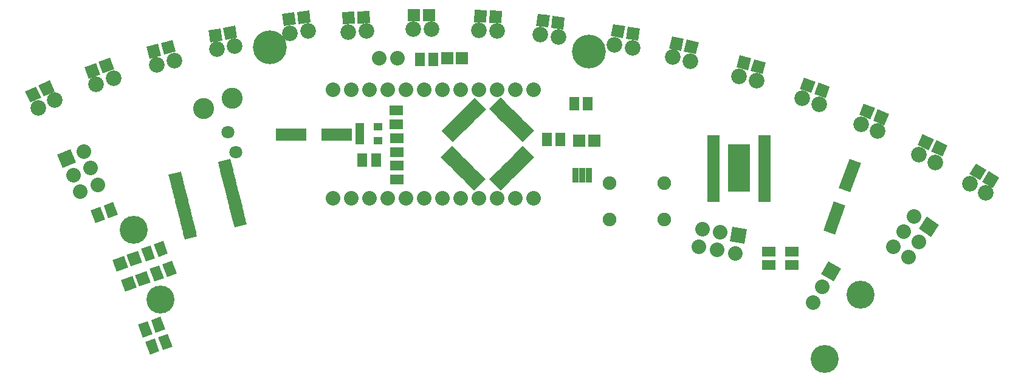
<source format=gts>
G04 (created by PCBNEW-RS274X (2011-nov-30)-testing) date Mon 30 Apr 2012 11:55:02 PM EDT*
G01*
G70*
G90*
%MOIN*%
G04 Gerber Fmt 3.4, Leading zero omitted, Abs format*
%FSLAX34Y34*%
G04 APERTURE LIST*
%ADD10C,0.006000*%
%ADD11R,0.067200X0.067200*%
%ADD12C,0.080000*%
%ADD13C,0.071200*%
%ADD14C,0.115300*%
%ADD15C,0.185400*%
%ADD16C,0.153900*%
%ADD17R,0.070000X0.036000*%
%ADD18R,0.118400X0.264100*%
%ADD19C,0.075000*%
%ADD20R,0.050000X0.040000*%
%ADD21R,0.169600X0.067200*%
%ADD22R,0.075000X0.055000*%
%ADD23R,0.055000X0.075000*%
%ADD24R,0.031800X0.083000*%
%ADD25C,0.086000*%
G04 APERTURE END LIST*
G54D10*
G54D11*
X00945Y53917D03*
X01771Y53917D03*
G54D10*
G36*
X-17184Y42203D02*
X-17414Y42835D01*
X-16782Y43065D01*
X-16552Y42433D01*
X-17184Y42203D01*
X-17184Y42203D01*
G37*
G36*
X-16408Y42485D02*
X-16638Y43117D01*
X-16006Y43347D01*
X-15776Y42715D01*
X-16408Y42485D01*
X-16408Y42485D01*
G37*
G36*
X-16711Y41101D02*
X-16941Y41733D01*
X-16309Y41963D01*
X-16079Y41331D01*
X-16711Y41101D01*
X-16711Y41101D01*
G37*
G36*
X-15935Y41383D02*
X-16165Y42015D01*
X-15533Y42245D01*
X-15303Y41613D01*
X-15935Y41383D01*
X-15935Y41383D01*
G37*
G54D11*
X08189Y49389D03*
X09015Y49389D03*
G54D12*
X-18224Y46972D03*
X-18988Y48803D03*
X-18615Y47892D03*
X-19535Y47502D03*
X-19162Y46591D03*
G54D10*
G36*
X-19402Y48210D02*
X-20138Y47898D01*
X-20450Y48634D01*
X-19714Y48946D01*
X-19402Y48210D01*
X-19402Y48210D01*
G37*
G54D12*
X-02764Y53917D03*
X-01764Y53917D03*
G54D13*
X-11067Y49872D03*
X-10652Y48766D03*
G54D14*
X-10832Y51747D03*
X-12422Y51168D03*
G54D15*
X-08760Y54547D03*
X08720Y54311D03*
G54D16*
X-16241Y44488D03*
X23621Y40945D03*
X21653Y37402D03*
X-14765Y40650D03*
G54D10*
G36*
X02421Y46672D02*
X02155Y46938D01*
X02781Y47564D01*
X03047Y47298D01*
X02421Y46672D01*
X02421Y46672D01*
G37*
G36*
X02198Y46895D02*
X01932Y47161D01*
X02558Y47787D01*
X02824Y47521D01*
X02198Y46895D01*
X02198Y46895D01*
G37*
G36*
X01976Y47118D02*
X01710Y47384D01*
X02336Y48010D01*
X02602Y47744D01*
X01976Y47118D01*
X01976Y47118D01*
G37*
G36*
X01753Y47341D02*
X01487Y47607D01*
X02113Y48233D01*
X02379Y47967D01*
X01753Y47341D01*
X01753Y47341D01*
G37*
G36*
X01530Y47563D02*
X01264Y47829D01*
X01890Y48455D01*
X02156Y48189D01*
X01530Y47563D01*
X01530Y47563D01*
G37*
G36*
X01308Y47786D02*
X01042Y48052D01*
X01668Y48678D01*
X01934Y48412D01*
X01308Y47786D01*
X01308Y47786D01*
G37*
G36*
X01085Y48009D02*
X00819Y48275D01*
X01445Y48901D01*
X01711Y48635D01*
X01085Y48009D01*
X01085Y48009D01*
G37*
G36*
X00862Y48232D02*
X00596Y48498D01*
X01222Y49124D01*
X01488Y48858D01*
X00862Y48232D01*
X00862Y48232D01*
G37*
G36*
X03526Y50893D02*
X03260Y51159D01*
X03886Y51785D01*
X04152Y51519D01*
X03526Y50893D01*
X03526Y50893D01*
G37*
G36*
X05089Y49330D02*
X04823Y49596D01*
X05449Y50222D01*
X05715Y49956D01*
X05089Y49330D01*
X05089Y49330D01*
G37*
G36*
X04863Y49557D02*
X04597Y49823D01*
X05223Y50449D01*
X05489Y50183D01*
X04863Y49557D01*
X04863Y49557D01*
G37*
G36*
X04637Y49783D02*
X04371Y50049D01*
X04997Y50675D01*
X05263Y50409D01*
X04637Y49783D01*
X04637Y49783D01*
G37*
G36*
X04417Y50002D02*
X04151Y50268D01*
X04777Y50894D01*
X05043Y50628D01*
X04417Y50002D01*
X04417Y50002D01*
G37*
G36*
X04191Y50228D02*
X03925Y50494D01*
X04551Y51120D01*
X04817Y50854D01*
X04191Y50228D01*
X04191Y50228D01*
G37*
G36*
X03972Y50448D02*
X03706Y50714D01*
X04332Y51340D01*
X04598Y51074D01*
X03972Y50448D01*
X03972Y50448D01*
G37*
G36*
X03746Y50674D02*
X03480Y50940D01*
X04106Y51566D01*
X04372Y51300D01*
X03746Y50674D01*
X03746Y50674D01*
G37*
G36*
X01263Y49316D02*
X00637Y49942D01*
X00903Y50208D01*
X01529Y49582D01*
X01263Y49316D01*
X01263Y49316D01*
G37*
G36*
X01475Y49528D02*
X00849Y50154D01*
X01115Y50420D01*
X01741Y49794D01*
X01475Y49528D01*
X01475Y49528D01*
G37*
G36*
X01705Y49758D02*
X01079Y50384D01*
X01345Y50650D01*
X01971Y50024D01*
X01705Y49758D01*
X01705Y49758D01*
G37*
G36*
X01917Y49970D02*
X01291Y50596D01*
X01557Y50862D01*
X02183Y50236D01*
X01917Y49970D01*
X01917Y49970D01*
G37*
G36*
X02146Y50199D02*
X01520Y50825D01*
X01786Y51091D01*
X02412Y50465D01*
X02146Y50199D01*
X02146Y50199D01*
G37*
G36*
X02368Y50421D02*
X01742Y51047D01*
X02008Y51313D01*
X02634Y50687D01*
X02368Y50421D01*
X02368Y50421D01*
G37*
G36*
X02591Y50644D02*
X01965Y51270D01*
X02231Y51536D01*
X02857Y50910D01*
X02591Y50644D01*
X02591Y50644D01*
G37*
G36*
X02813Y50866D02*
X02187Y51492D01*
X02453Y51758D01*
X03079Y51132D01*
X02813Y50866D01*
X02813Y50866D01*
G37*
G36*
X03893Y46672D02*
X03267Y47298D01*
X03533Y47564D01*
X04159Y46938D01*
X03893Y46672D01*
X03893Y46672D01*
G37*
G36*
X04113Y46891D02*
X03487Y47517D01*
X03753Y47783D01*
X04379Y47157D01*
X04113Y46891D01*
X04113Y46891D01*
G37*
G36*
X04339Y47117D02*
X03713Y47743D01*
X03979Y48009D01*
X04605Y47383D01*
X04339Y47117D01*
X04339Y47117D01*
G37*
G36*
X04558Y47336D02*
X03932Y47962D01*
X04198Y48228D01*
X04824Y47602D01*
X04558Y47336D01*
X04558Y47336D01*
G37*
G36*
X04777Y47556D02*
X04151Y48182D01*
X04417Y48448D01*
X05043Y47822D01*
X04777Y47556D01*
X04777Y47556D01*
G37*
G36*
X05004Y47782D02*
X04378Y48408D01*
X04644Y48674D01*
X05270Y48048D01*
X05004Y47782D01*
X05004Y47782D01*
G37*
G36*
X05230Y48008D02*
X04604Y48634D01*
X04870Y48900D01*
X05496Y48274D01*
X05230Y48008D01*
X05230Y48008D01*
G37*
G36*
X05456Y48234D02*
X04830Y48860D01*
X05096Y49126D01*
X05722Y48500D01*
X05456Y48234D01*
X05456Y48234D01*
G37*
G54D12*
X05690Y46240D03*
X04690Y46240D03*
X03690Y46240D03*
X02690Y46240D03*
X01690Y46240D03*
X00690Y46240D03*
X-00310Y46240D03*
X-01310Y46240D03*
X-02310Y46240D03*
X-03310Y46240D03*
X-04310Y46240D03*
X-05310Y46240D03*
X05690Y52190D03*
X04690Y52190D03*
X03690Y52190D03*
X02690Y52190D03*
X01690Y52190D03*
X00690Y52190D03*
X-00310Y52190D03*
X-01300Y52185D03*
X-02310Y52190D03*
X-03310Y52190D03*
X-04310Y52190D03*
X-05310Y52190D03*
G54D17*
X15548Y49543D03*
X15548Y49293D03*
X15548Y49033D03*
X15548Y48773D03*
X15548Y48523D03*
X15548Y48263D03*
X15548Y48003D03*
X15548Y47753D03*
X15548Y47493D03*
X15548Y47243D03*
X15548Y46983D03*
X15548Y46723D03*
X15548Y46473D03*
X15548Y46213D03*
X18348Y46213D03*
X18348Y46473D03*
X18348Y46713D03*
X18348Y46983D03*
X18348Y47243D03*
X18348Y47493D03*
X18348Y47753D03*
X18348Y48003D03*
X18348Y48263D03*
X18348Y48523D03*
X18348Y48773D03*
X18348Y49033D03*
X18348Y49293D03*
X18348Y49543D03*
G54D18*
X16973Y47893D03*
G54D12*
X14774Y43559D03*
X14948Y44544D03*
X15759Y43386D03*
X15933Y44370D03*
X16744Y43212D03*
G54D10*
G36*
X16455Y43873D02*
X16594Y44660D01*
X17381Y44521D01*
X17242Y43734D01*
X16455Y43873D01*
X16455Y43873D01*
G37*
G54D19*
X09858Y45082D03*
X09858Y47082D03*
X12858Y45082D03*
X12858Y47082D03*
G54D20*
X-03827Y50158D03*
X-03827Y49408D03*
X-02827Y50158D03*
X-03827Y49783D03*
X-02827Y49408D03*
G54D10*
G36*
X22216Y44232D02*
X21584Y44462D01*
X22164Y46056D01*
X22796Y45826D01*
X22216Y44232D01*
X22216Y44232D01*
G37*
G36*
X23072Y46582D02*
X22440Y46812D01*
X23020Y48406D01*
X23652Y48176D01*
X23072Y46582D01*
X23072Y46582D01*
G37*
G54D21*
X-05109Y49744D03*
X-07609Y49744D03*
G54D22*
X19862Y43308D03*
X19862Y42558D03*
X18602Y43308D03*
X18602Y42558D03*
G54D23*
X-00553Y53878D03*
X00197Y53878D03*
G54D22*
X-01792Y49528D03*
X-01792Y48778D03*
G54D23*
X07166Y49468D03*
X06416Y49468D03*
G54D24*
X08366Y47500D03*
X07992Y47500D03*
X08740Y47500D03*
G54D22*
X-01792Y48032D03*
X-01792Y47282D03*
G54D25*
X03693Y55420D03*
X02694Y55464D03*
G54D10*
G36*
X03952Y56521D02*
X03923Y55850D01*
X03252Y55879D01*
X03281Y56550D01*
X03952Y56521D01*
X03952Y56521D01*
G37*
G36*
X03128Y56557D02*
X03099Y55886D01*
X02428Y55915D01*
X02457Y56586D01*
X03128Y56557D01*
X03128Y56557D01*
G37*
G54D25*
X14296Y53767D03*
X13320Y53984D03*
G54D10*
G36*
X14743Y54806D02*
X14597Y54150D01*
X13941Y54296D01*
X14087Y54952D01*
X14743Y54806D01*
X14743Y54806D01*
G37*
G36*
X13937Y54985D02*
X13791Y54329D01*
X13135Y54475D01*
X13281Y55131D01*
X13937Y54985D01*
X13937Y54985D01*
G37*
G54D25*
X17938Y52687D03*
X16972Y52945D03*
G54D10*
G36*
X18430Y53706D02*
X18256Y53056D01*
X17606Y53230D01*
X17780Y53880D01*
X18430Y53706D01*
X18430Y53706D01*
G37*
G36*
X17633Y53919D02*
X17459Y53269D01*
X16809Y53443D01*
X16983Y54093D01*
X17633Y53919D01*
X17633Y53919D01*
G37*
G54D25*
X21363Y51394D03*
X20423Y51736D03*
G54D10*
G36*
X21941Y52366D02*
X21711Y51734D01*
X21079Y51964D01*
X21309Y52596D01*
X21941Y52366D01*
X21941Y52366D01*
G37*
G36*
X21166Y52648D02*
X20936Y52016D01*
X20304Y52246D01*
X20534Y52878D01*
X21166Y52648D01*
X21166Y52648D01*
G37*
G54D25*
X24570Y49921D03*
X23646Y50304D03*
G54D10*
G36*
X25190Y50867D02*
X24933Y50246D01*
X24312Y50503D01*
X24569Y51124D01*
X25190Y50867D01*
X25190Y50867D01*
G37*
G36*
X24427Y51183D02*
X24170Y50562D01*
X23549Y50819D01*
X23806Y51440D01*
X24427Y51183D01*
X24427Y51183D01*
G37*
G54D25*
X27737Y48214D03*
X26830Y48637D03*
G54D10*
G36*
X28398Y49132D02*
X28114Y48522D01*
X27504Y48806D01*
X27788Y49416D01*
X28398Y49132D01*
X28398Y49132D01*
G37*
G36*
X27650Y49481D02*
X27366Y48871D01*
X26756Y49155D01*
X27040Y49765D01*
X27650Y49481D01*
X27650Y49481D01*
G37*
G54D25*
X-20571Y51629D03*
X-21478Y51206D03*
G54D10*
G36*
X-20849Y52725D02*
X-20565Y52115D01*
X-21175Y51831D01*
X-21459Y52441D01*
X-20849Y52725D01*
X-20849Y52725D01*
G37*
G36*
X-21597Y52377D02*
X-21313Y51767D01*
X-21923Y51483D01*
X-22207Y52093D01*
X-21597Y52377D01*
X-21597Y52377D01*
G37*
G54D25*
X-17352Y52838D03*
X-18292Y52496D03*
G54D10*
G36*
X-17534Y53954D02*
X-17304Y53322D01*
X-17936Y53092D01*
X-18166Y53724D01*
X-17534Y53954D01*
X-17534Y53954D01*
G37*
G36*
X-18309Y53672D02*
X-18079Y53040D01*
X-18711Y52810D01*
X-18941Y53442D01*
X-18309Y53672D01*
X-18309Y53672D01*
G37*
G54D25*
X-14020Y53811D03*
X-14986Y53553D03*
G54D10*
G36*
X-14103Y54940D02*
X-13929Y54290D01*
X-14579Y54116D01*
X-14753Y54766D01*
X-14103Y54940D01*
X-14103Y54940D01*
G37*
G36*
X-14900Y54726D02*
X-14726Y54076D01*
X-15376Y53902D01*
X-15550Y54552D01*
X-14900Y54726D01*
X-14900Y54726D01*
G37*
G54D25*
X-10692Y54590D03*
X-11677Y54416D03*
G54D10*
G36*
X-10677Y55720D02*
X-10561Y55058D01*
X-11223Y54942D01*
X-11339Y55604D01*
X-10677Y55720D01*
X-10677Y55720D01*
G37*
G36*
X-11489Y55577D02*
X-11373Y54915D01*
X-12035Y54799D01*
X-12151Y55461D01*
X-11489Y55577D01*
X-11489Y55577D01*
G37*
G54D25*
X-06689Y55427D03*
X-07682Y55305D03*
G54D10*
G36*
X-06615Y56555D02*
X-06534Y55888D01*
X-07201Y55807D01*
X-07282Y56474D01*
X-06615Y56555D01*
X-06615Y56555D01*
G37*
G36*
X-07433Y56455D02*
X-07352Y55788D01*
X-08019Y55707D01*
X-08100Y56374D01*
X-07433Y56455D01*
X-07433Y56455D01*
G37*
G54D25*
X-03482Y55425D03*
X-04481Y55381D03*
G54D10*
G36*
X-03320Y56544D02*
X-03291Y55873D01*
X-03962Y55844D01*
X-03991Y56515D01*
X-03320Y56544D01*
X-03320Y56544D01*
G37*
G36*
X-04144Y56508D02*
X-04115Y55837D01*
X-04786Y55808D01*
X-04815Y56479D01*
X-04144Y56508D01*
X-04144Y56508D01*
G37*
G54D25*
X11125Y54494D03*
X10140Y54668D03*
G54D10*
G36*
X11525Y55552D02*
X11409Y54890D01*
X10747Y55006D01*
X10863Y55668D01*
X11525Y55552D01*
X11525Y55552D01*
G37*
G36*
X10713Y55695D02*
X10597Y55033D01*
X09935Y55149D01*
X10051Y55811D01*
X10713Y55695D01*
X10713Y55695D01*
G37*
G54D25*
X07047Y55105D03*
X06056Y55235D03*
G54D10*
G36*
X07402Y56178D02*
X07314Y55512D01*
X06648Y55600D01*
X06736Y56266D01*
X07402Y56178D01*
X07402Y56178D01*
G37*
G36*
X06584Y56286D02*
X06496Y55620D01*
X05830Y55708D01*
X05918Y56374D01*
X06584Y56286D01*
X06584Y56286D01*
G37*
G54D25*
X00086Y55521D03*
X-00914Y55521D03*
G54D11*
X-00039Y56296D03*
X-00864Y56296D03*
G54D25*
X30477Y46531D03*
X29620Y47046D03*
G54D10*
G36*
X31230Y47375D02*
X30884Y46799D01*
X30308Y47145D01*
X30654Y47721D01*
X31230Y47375D01*
X31230Y47375D01*
G37*
G36*
X30523Y47799D02*
X30177Y47223D01*
X29601Y47569D01*
X29947Y48145D01*
X30523Y47799D01*
X30523Y47799D01*
G37*
G36*
X-10044Y44809D02*
X-10723Y44640D01*
X-10810Y44989D01*
X-10131Y45158D01*
X-10044Y44809D01*
X-10044Y44809D01*
G37*
G36*
X-10105Y45051D02*
X-10784Y44882D01*
X-10871Y45231D01*
X-10192Y45400D01*
X-10105Y45051D01*
X-10105Y45051D01*
G37*
G36*
X-10168Y45304D02*
X-10847Y45135D01*
X-10934Y45484D01*
X-10255Y45653D01*
X-10168Y45304D01*
X-10168Y45304D01*
G37*
G36*
X-10231Y45556D02*
X-10910Y45387D01*
X-10997Y45736D01*
X-10318Y45905D01*
X-10231Y45556D01*
X-10231Y45556D01*
G37*
G36*
X-10291Y45798D02*
X-10970Y45629D01*
X-11057Y45978D01*
X-10378Y46147D01*
X-10291Y45798D01*
X-10291Y45798D01*
G37*
G36*
X-10354Y46051D02*
X-11033Y45882D01*
X-11120Y46231D01*
X-10441Y46400D01*
X-10354Y46051D01*
X-10354Y46051D01*
G37*
G36*
X-10417Y46303D02*
X-11096Y46134D01*
X-11183Y46483D01*
X-10504Y46652D01*
X-10417Y46303D01*
X-10417Y46303D01*
G37*
G36*
X-10477Y46546D02*
X-11156Y46377D01*
X-11243Y46726D01*
X-10564Y46895D01*
X-10477Y46546D01*
X-10477Y46546D01*
G37*
G36*
X-10540Y46798D02*
X-11219Y46629D01*
X-11306Y46978D01*
X-10627Y47147D01*
X-10540Y46798D01*
X-10540Y46798D01*
G37*
G36*
X-10601Y47040D02*
X-11280Y46871D01*
X-11367Y47220D01*
X-10688Y47389D01*
X-10601Y47040D01*
X-10601Y47040D01*
G37*
G36*
X-10664Y47293D02*
X-11343Y47124D01*
X-11430Y47473D01*
X-10751Y47642D01*
X-10664Y47293D01*
X-10664Y47293D01*
G37*
G36*
X-10727Y47545D02*
X-11406Y47376D01*
X-11493Y47725D01*
X-10814Y47894D01*
X-10727Y47545D01*
X-10727Y47545D01*
G37*
G36*
X-10787Y47788D02*
X-11466Y47619D01*
X-11553Y47968D01*
X-10874Y48137D01*
X-10787Y47788D01*
X-10787Y47788D01*
G37*
G36*
X-10850Y48040D02*
X-11529Y47871D01*
X-11616Y48220D01*
X-10937Y48389D01*
X-10850Y48040D01*
X-10850Y48040D01*
G37*
G36*
X-13567Y47362D02*
X-14246Y47193D01*
X-14333Y47542D01*
X-13654Y47711D01*
X-13567Y47362D01*
X-13567Y47362D01*
G37*
G36*
X-13504Y47110D02*
X-14183Y46941D01*
X-14270Y47290D01*
X-13591Y47459D01*
X-13504Y47110D01*
X-13504Y47110D01*
G37*
G36*
X-13446Y46877D02*
X-14125Y46708D01*
X-14212Y47057D01*
X-13533Y47226D01*
X-13446Y46877D01*
X-13446Y46877D01*
G37*
G36*
X-13381Y46615D02*
X-14060Y46446D01*
X-14147Y46795D01*
X-13468Y46964D01*
X-13381Y46615D01*
X-13381Y46615D01*
G37*
G36*
X-13318Y46363D02*
X-13997Y46194D01*
X-14084Y46543D01*
X-13405Y46712D01*
X-13318Y46363D01*
X-13318Y46363D01*
G37*
G36*
X-13257Y46120D02*
X-13936Y45951D01*
X-14023Y46300D01*
X-13344Y46469D01*
X-13257Y46120D01*
X-13257Y46120D01*
G37*
G36*
X-13194Y45868D02*
X-13873Y45699D01*
X-13960Y46048D01*
X-13281Y46217D01*
X-13194Y45868D01*
X-13194Y45868D01*
G37*
G36*
X-13134Y45626D02*
X-13813Y45457D01*
X-13900Y45806D01*
X-13221Y45975D01*
X-13134Y45626D01*
X-13134Y45626D01*
G37*
G36*
X-13071Y45373D02*
X-13750Y45204D01*
X-13837Y45553D01*
X-13158Y45722D01*
X-13071Y45373D01*
X-13071Y45373D01*
G37*
G36*
X-13008Y45121D02*
X-13687Y44952D01*
X-13774Y45301D01*
X-13095Y45470D01*
X-13008Y45121D01*
X-13008Y45121D01*
G37*
G36*
X-12948Y44878D02*
X-13627Y44709D01*
X-13714Y45058D01*
X-13035Y45227D01*
X-12948Y44878D01*
X-12948Y44878D01*
G37*
G36*
X-12885Y44626D02*
X-13564Y44457D01*
X-13651Y44806D01*
X-12972Y44975D01*
X-12885Y44626D01*
X-12885Y44626D01*
G37*
G36*
X-12822Y44374D02*
X-13501Y44205D01*
X-13588Y44554D01*
X-12909Y44723D01*
X-12822Y44374D01*
X-12822Y44374D01*
G37*
G36*
X-12761Y44131D02*
X-13440Y43962D01*
X-13527Y44311D01*
X-12848Y44480D01*
X-12761Y44131D01*
X-12761Y44131D01*
G37*
G36*
X-14144Y42798D02*
X-13887Y42094D01*
X-14404Y41906D01*
X-14661Y42610D01*
X-14144Y42798D01*
X-14144Y42798D01*
G37*
G36*
X-14848Y42542D02*
X-14591Y41838D01*
X-15108Y41650D01*
X-15365Y42354D01*
X-14848Y42542D01*
X-14848Y42542D01*
G37*
G36*
X-14617Y43901D02*
X-14360Y43197D01*
X-14877Y43009D01*
X-15134Y43713D01*
X-14617Y43901D01*
X-14617Y43901D01*
G37*
G36*
X-15321Y43645D02*
X-15064Y42941D01*
X-15581Y42753D01*
X-15838Y43457D01*
X-15321Y43645D01*
X-15321Y43645D01*
G37*
G54D22*
X-01832Y50313D03*
X-01832Y51063D03*
G54D23*
X07912Y51437D03*
X08662Y51437D03*
X-02952Y48326D03*
X-03702Y48326D03*
G54D10*
G36*
X-14774Y39727D02*
X-14517Y39023D01*
X-15034Y38835D01*
X-15291Y39539D01*
X-14774Y39727D01*
X-14774Y39727D01*
G37*
G36*
X-15478Y39471D02*
X-15221Y38767D01*
X-15738Y38579D01*
X-15995Y39283D01*
X-15478Y39471D01*
X-15478Y39471D01*
G37*
G36*
X-17373Y46026D02*
X-17116Y45322D01*
X-17633Y45134D01*
X-17890Y45838D01*
X-17373Y46026D01*
X-17373Y46026D01*
G37*
G36*
X-18077Y45770D02*
X-17820Y45066D01*
X-18337Y44878D01*
X-18594Y45582D01*
X-18077Y45770D01*
X-18077Y45770D01*
G37*
G54D12*
X26252Y43005D03*
X25423Y43565D03*
X26812Y43834D03*
X25982Y44394D03*
G54D10*
G36*
X27479Y44108D02*
X26816Y44555D01*
X27263Y45218D01*
X27926Y44771D01*
X27479Y44108D01*
X27479Y44108D01*
G37*
G54D12*
X26542Y45223D03*
G54D10*
G36*
X-14381Y38782D02*
X-14124Y38078D01*
X-14641Y37890D01*
X-14898Y38594D01*
X-14381Y38782D01*
X-14381Y38782D01*
G37*
G36*
X-15085Y38526D02*
X-14828Y37822D01*
X-15345Y37634D01*
X-15602Y38338D01*
X-15085Y38526D01*
X-15085Y38526D01*
G37*
G36*
X21869Y42770D02*
X22561Y42370D01*
X22161Y41678D01*
X21469Y42078D01*
X21869Y42770D01*
X21869Y42770D01*
G37*
G54D12*
X21515Y41358D03*
X21015Y40492D03*
M02*

</source>
